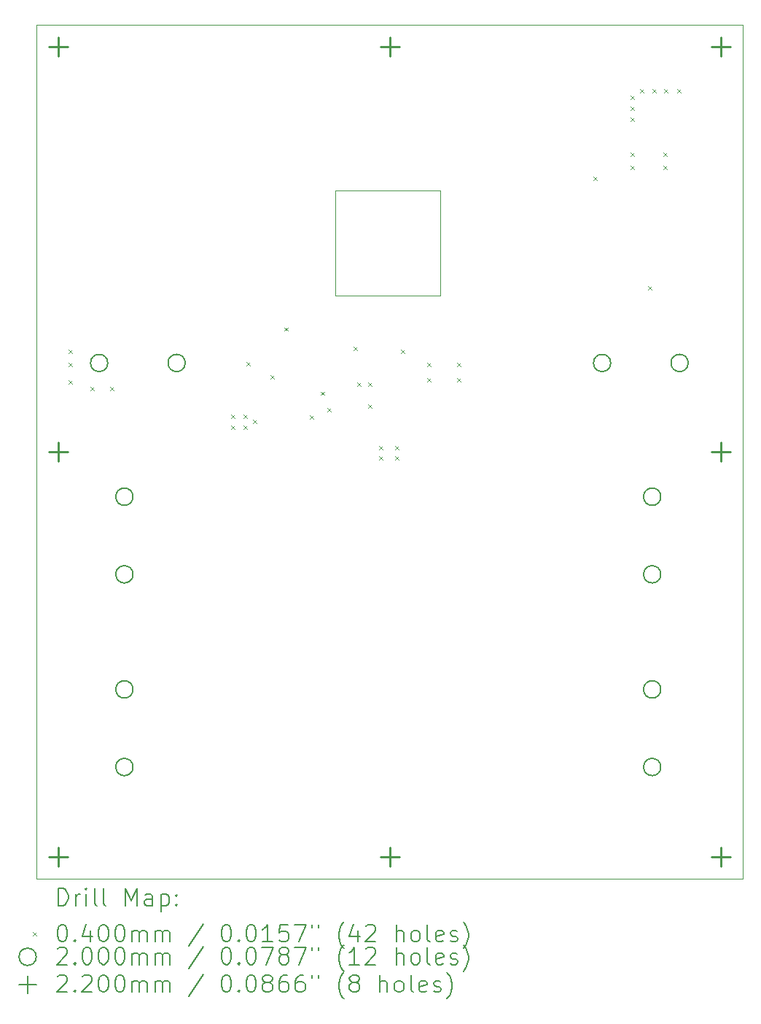
<source format=gbr>
%FSLAX45Y45*%
G04 Gerber Fmt 4.5, Leading zero omitted, Abs format (unit mm)*
G04 Created by KiCad (PCBNEW (6.0.5)) date 2022-07-09 16:19:08*
%MOMM*%
%LPD*%
G01*
G04 APERTURE LIST*
%TA.AperFunction,Profile*%
%ADD10C,0.100000*%
%TD*%
%ADD11C,0.200000*%
%ADD12C,0.040000*%
%ADD13C,0.220000*%
G04 APERTURE END LIST*
D10*
X18835000Y-14671400D02*
X10635000Y-14671400D01*
X10635000Y-4771400D02*
X18835000Y-4771400D01*
X10635000Y-14671400D02*
X10635000Y-4771400D01*
X18835000Y-4771400D02*
X18835000Y-14671400D01*
X14102000Y-6693000D02*
X15322000Y-6693000D01*
X15322000Y-7913000D02*
X15322000Y-6693000D01*
X14102000Y-7913000D02*
X15322000Y-7913000D01*
X14102000Y-7913000D02*
X14102000Y-6693000D01*
D11*
D12*
X11003600Y-8539800D02*
X11043600Y-8579800D01*
X11043600Y-8539800D02*
X11003600Y-8579800D01*
X11003600Y-8692200D02*
X11043600Y-8732200D01*
X11043600Y-8692200D02*
X11003600Y-8732200D01*
X11003600Y-8895400D02*
X11043600Y-8935400D01*
X11043600Y-8895400D02*
X11003600Y-8935400D01*
X11257600Y-8971600D02*
X11297600Y-9011600D01*
X11297600Y-8971600D02*
X11257600Y-9011600D01*
X11486200Y-8971600D02*
X11526200Y-9011600D01*
X11526200Y-8971600D02*
X11486200Y-9011600D01*
X12895900Y-9289100D02*
X12935900Y-9329100D01*
X12935900Y-9289100D02*
X12895900Y-9329100D01*
X12895900Y-9416100D02*
X12935900Y-9456100D01*
X12935900Y-9416100D02*
X12895900Y-9456100D01*
X13035600Y-9289100D02*
X13075600Y-9329100D01*
X13075600Y-9289100D02*
X13035600Y-9329100D01*
X13035600Y-9416100D02*
X13075600Y-9456100D01*
X13075600Y-9416100D02*
X13035600Y-9456100D01*
X13073700Y-8679500D02*
X13113700Y-8719500D01*
X13113700Y-8679500D02*
X13073700Y-8719500D01*
X13149900Y-9352600D02*
X13189900Y-9392600D01*
X13189900Y-9352600D02*
X13149900Y-9392600D01*
X13354600Y-8833400D02*
X13394600Y-8873400D01*
X13394600Y-8833400D02*
X13354600Y-8873400D01*
X13511850Y-8279450D02*
X13551850Y-8319450D01*
X13551850Y-8279450D02*
X13511850Y-8319450D01*
X13810300Y-9301800D02*
X13850300Y-9341800D01*
X13850300Y-9301800D02*
X13810300Y-9341800D01*
X13935479Y-9024221D02*
X13975479Y-9064221D01*
X13975479Y-9024221D02*
X13935479Y-9064221D01*
X14013500Y-9212900D02*
X14053500Y-9252900D01*
X14053500Y-9212900D02*
X14013500Y-9252900D01*
X14318300Y-8501700D02*
X14358300Y-8541700D01*
X14358300Y-8501700D02*
X14318300Y-8541700D01*
X14356400Y-8920800D02*
X14396400Y-8960800D01*
X14396400Y-8920800D02*
X14356400Y-8960800D01*
X14483400Y-8920800D02*
X14523400Y-8960800D01*
X14523400Y-8920800D02*
X14483400Y-8960800D01*
X14483400Y-9174800D02*
X14523400Y-9214800D01*
X14523400Y-9174800D02*
X14483400Y-9214800D01*
X14610400Y-9657400D02*
X14650400Y-9697400D01*
X14650400Y-9657400D02*
X14610400Y-9697400D01*
X14610400Y-9771700D02*
X14650400Y-9811700D01*
X14650400Y-9771700D02*
X14610400Y-9811700D01*
X14800900Y-9657400D02*
X14840900Y-9697400D01*
X14840900Y-9657400D02*
X14800900Y-9697400D01*
X14800900Y-9771700D02*
X14840900Y-9811700D01*
X14840900Y-9771700D02*
X14800900Y-9811700D01*
X14864400Y-8539800D02*
X14904400Y-8579800D01*
X14904400Y-8539800D02*
X14864400Y-8579800D01*
X15169200Y-8692200D02*
X15209200Y-8732200D01*
X15209200Y-8692200D02*
X15169200Y-8732200D01*
X15169200Y-8870000D02*
X15209200Y-8910000D01*
X15209200Y-8870000D02*
X15169200Y-8910000D01*
X15522000Y-8692000D02*
X15562000Y-8732000D01*
X15562000Y-8692000D02*
X15522000Y-8732000D01*
X15522000Y-8870000D02*
X15562000Y-8910000D01*
X15562000Y-8870000D02*
X15522000Y-8910000D01*
X17099600Y-6533200D02*
X17139600Y-6573200D01*
X17139600Y-6533200D02*
X17099600Y-6573200D01*
X17531400Y-5593400D02*
X17571400Y-5633400D01*
X17571400Y-5593400D02*
X17531400Y-5633400D01*
X17531400Y-5720400D02*
X17571400Y-5760400D01*
X17571400Y-5720400D02*
X17531400Y-5760400D01*
X17531400Y-5847400D02*
X17571400Y-5887400D01*
X17571400Y-5847400D02*
X17531400Y-5887400D01*
X17531400Y-6253800D02*
X17571400Y-6293800D01*
X17571400Y-6253800D02*
X17531400Y-6293800D01*
X17531400Y-6406200D02*
X17571400Y-6446200D01*
X17571400Y-6406200D02*
X17531400Y-6446200D01*
X17645700Y-5517200D02*
X17685700Y-5557200D01*
X17685700Y-5517200D02*
X17645700Y-5557200D01*
X17734600Y-7803200D02*
X17774600Y-7843200D01*
X17774600Y-7803200D02*
X17734600Y-7843200D01*
X17785400Y-5517200D02*
X17825400Y-5557200D01*
X17825400Y-5517200D02*
X17785400Y-5557200D01*
X17912400Y-6253800D02*
X17952400Y-6293800D01*
X17952400Y-6253800D02*
X17912400Y-6293800D01*
X17912400Y-6406200D02*
X17952400Y-6446200D01*
X17952400Y-6406200D02*
X17912400Y-6446200D01*
X17925100Y-5517200D02*
X17965100Y-5557200D01*
X17965100Y-5517200D02*
X17925100Y-5557200D01*
X18077500Y-5517200D02*
X18117500Y-5557200D01*
X18117500Y-5517200D02*
X18077500Y-5557200D01*
D11*
X11461000Y-8691400D02*
G75*
G03*
X11461000Y-8691400I-100000J0D01*
G01*
X11754000Y-10243400D02*
G75*
G03*
X11754000Y-10243400I-100000J0D01*
G01*
X11754000Y-11143400D02*
G75*
G03*
X11754000Y-11143400I-100000J0D01*
G01*
X11754000Y-12478600D02*
G75*
G03*
X11754000Y-12478600I-100000J0D01*
G01*
X11754000Y-13378600D02*
G75*
G03*
X11754000Y-13378600I-100000J0D01*
G01*
X12361000Y-8691400D02*
G75*
G03*
X12361000Y-8691400I-100000J0D01*
G01*
X17303000Y-8691400D02*
G75*
G03*
X17303000Y-8691400I-100000J0D01*
G01*
X17884600Y-10243400D02*
G75*
G03*
X17884600Y-10243400I-100000J0D01*
G01*
X17884600Y-11143400D02*
G75*
G03*
X17884600Y-11143400I-100000J0D01*
G01*
X17884600Y-12478600D02*
G75*
G03*
X17884600Y-12478600I-100000J0D01*
G01*
X17884600Y-13378600D02*
G75*
G03*
X17884600Y-13378600I-100000J0D01*
G01*
X18203000Y-8691400D02*
G75*
G03*
X18203000Y-8691400I-100000J0D01*
G01*
D13*
X10885000Y-4911400D02*
X10885000Y-5131400D01*
X10775000Y-5021400D02*
X10995000Y-5021400D01*
X10885000Y-9611400D02*
X10885000Y-9831400D01*
X10775000Y-9721400D02*
X10995000Y-9721400D01*
X10885000Y-14311400D02*
X10885000Y-14531400D01*
X10775000Y-14421400D02*
X10995000Y-14421400D01*
X14735000Y-4911400D02*
X14735000Y-5131400D01*
X14625000Y-5021400D02*
X14845000Y-5021400D01*
X14735000Y-14311400D02*
X14735000Y-14531400D01*
X14625000Y-14421400D02*
X14845000Y-14421400D01*
X18585000Y-4911400D02*
X18585000Y-5131400D01*
X18475000Y-5021400D02*
X18695000Y-5021400D01*
X18585000Y-9611400D02*
X18585000Y-9831400D01*
X18475000Y-9721400D02*
X18695000Y-9721400D01*
X18585000Y-14311400D02*
X18585000Y-14531400D01*
X18475000Y-14421400D02*
X18695000Y-14421400D01*
D11*
X10887619Y-14986876D02*
X10887619Y-14786876D01*
X10935238Y-14786876D01*
X10963810Y-14796400D01*
X10982857Y-14815448D01*
X10992381Y-14834495D01*
X11001905Y-14872590D01*
X11001905Y-14901162D01*
X10992381Y-14939257D01*
X10982857Y-14958305D01*
X10963810Y-14977352D01*
X10935238Y-14986876D01*
X10887619Y-14986876D01*
X11087619Y-14986876D02*
X11087619Y-14853543D01*
X11087619Y-14891638D02*
X11097143Y-14872590D01*
X11106667Y-14863067D01*
X11125714Y-14853543D01*
X11144762Y-14853543D01*
X11211428Y-14986876D02*
X11211428Y-14853543D01*
X11211428Y-14786876D02*
X11201905Y-14796400D01*
X11211428Y-14805924D01*
X11220952Y-14796400D01*
X11211428Y-14786876D01*
X11211428Y-14805924D01*
X11335238Y-14986876D02*
X11316190Y-14977352D01*
X11306667Y-14958305D01*
X11306667Y-14786876D01*
X11440000Y-14986876D02*
X11420952Y-14977352D01*
X11411428Y-14958305D01*
X11411428Y-14786876D01*
X11668571Y-14986876D02*
X11668571Y-14786876D01*
X11735238Y-14929733D01*
X11801905Y-14786876D01*
X11801905Y-14986876D01*
X11982857Y-14986876D02*
X11982857Y-14882114D01*
X11973333Y-14863067D01*
X11954286Y-14853543D01*
X11916190Y-14853543D01*
X11897143Y-14863067D01*
X11982857Y-14977352D02*
X11963809Y-14986876D01*
X11916190Y-14986876D01*
X11897143Y-14977352D01*
X11887619Y-14958305D01*
X11887619Y-14939257D01*
X11897143Y-14920209D01*
X11916190Y-14910686D01*
X11963809Y-14910686D01*
X11982857Y-14901162D01*
X12078095Y-14853543D02*
X12078095Y-15053543D01*
X12078095Y-14863067D02*
X12097143Y-14853543D01*
X12135238Y-14853543D01*
X12154286Y-14863067D01*
X12163809Y-14872590D01*
X12173333Y-14891638D01*
X12173333Y-14948781D01*
X12163809Y-14967828D01*
X12154286Y-14977352D01*
X12135238Y-14986876D01*
X12097143Y-14986876D01*
X12078095Y-14977352D01*
X12259048Y-14967828D02*
X12268571Y-14977352D01*
X12259048Y-14986876D01*
X12249524Y-14977352D01*
X12259048Y-14967828D01*
X12259048Y-14986876D01*
X12259048Y-14863067D02*
X12268571Y-14872590D01*
X12259048Y-14882114D01*
X12249524Y-14872590D01*
X12259048Y-14863067D01*
X12259048Y-14882114D01*
D12*
X10590000Y-15296400D02*
X10630000Y-15336400D01*
X10630000Y-15296400D02*
X10590000Y-15336400D01*
D11*
X10925714Y-15206876D02*
X10944762Y-15206876D01*
X10963810Y-15216400D01*
X10973333Y-15225924D01*
X10982857Y-15244971D01*
X10992381Y-15283067D01*
X10992381Y-15330686D01*
X10982857Y-15368781D01*
X10973333Y-15387828D01*
X10963810Y-15397352D01*
X10944762Y-15406876D01*
X10925714Y-15406876D01*
X10906667Y-15397352D01*
X10897143Y-15387828D01*
X10887619Y-15368781D01*
X10878095Y-15330686D01*
X10878095Y-15283067D01*
X10887619Y-15244971D01*
X10897143Y-15225924D01*
X10906667Y-15216400D01*
X10925714Y-15206876D01*
X11078095Y-15387828D02*
X11087619Y-15397352D01*
X11078095Y-15406876D01*
X11068571Y-15397352D01*
X11078095Y-15387828D01*
X11078095Y-15406876D01*
X11259048Y-15273543D02*
X11259048Y-15406876D01*
X11211428Y-15197352D02*
X11163810Y-15340209D01*
X11287619Y-15340209D01*
X11401905Y-15206876D02*
X11420952Y-15206876D01*
X11440000Y-15216400D01*
X11449524Y-15225924D01*
X11459048Y-15244971D01*
X11468571Y-15283067D01*
X11468571Y-15330686D01*
X11459048Y-15368781D01*
X11449524Y-15387828D01*
X11440000Y-15397352D01*
X11420952Y-15406876D01*
X11401905Y-15406876D01*
X11382857Y-15397352D01*
X11373333Y-15387828D01*
X11363809Y-15368781D01*
X11354286Y-15330686D01*
X11354286Y-15283067D01*
X11363809Y-15244971D01*
X11373333Y-15225924D01*
X11382857Y-15216400D01*
X11401905Y-15206876D01*
X11592381Y-15206876D02*
X11611428Y-15206876D01*
X11630476Y-15216400D01*
X11640000Y-15225924D01*
X11649524Y-15244971D01*
X11659048Y-15283067D01*
X11659048Y-15330686D01*
X11649524Y-15368781D01*
X11640000Y-15387828D01*
X11630476Y-15397352D01*
X11611428Y-15406876D01*
X11592381Y-15406876D01*
X11573333Y-15397352D01*
X11563809Y-15387828D01*
X11554286Y-15368781D01*
X11544762Y-15330686D01*
X11544762Y-15283067D01*
X11554286Y-15244971D01*
X11563809Y-15225924D01*
X11573333Y-15216400D01*
X11592381Y-15206876D01*
X11744762Y-15406876D02*
X11744762Y-15273543D01*
X11744762Y-15292590D02*
X11754286Y-15283067D01*
X11773333Y-15273543D01*
X11801905Y-15273543D01*
X11820952Y-15283067D01*
X11830476Y-15302114D01*
X11830476Y-15406876D01*
X11830476Y-15302114D02*
X11840000Y-15283067D01*
X11859048Y-15273543D01*
X11887619Y-15273543D01*
X11906667Y-15283067D01*
X11916190Y-15302114D01*
X11916190Y-15406876D01*
X12011428Y-15406876D02*
X12011428Y-15273543D01*
X12011428Y-15292590D02*
X12020952Y-15283067D01*
X12040000Y-15273543D01*
X12068571Y-15273543D01*
X12087619Y-15283067D01*
X12097143Y-15302114D01*
X12097143Y-15406876D01*
X12097143Y-15302114D02*
X12106667Y-15283067D01*
X12125714Y-15273543D01*
X12154286Y-15273543D01*
X12173333Y-15283067D01*
X12182857Y-15302114D01*
X12182857Y-15406876D01*
X12573333Y-15197352D02*
X12401905Y-15454495D01*
X12830476Y-15206876D02*
X12849524Y-15206876D01*
X12868571Y-15216400D01*
X12878095Y-15225924D01*
X12887619Y-15244971D01*
X12897143Y-15283067D01*
X12897143Y-15330686D01*
X12887619Y-15368781D01*
X12878095Y-15387828D01*
X12868571Y-15397352D01*
X12849524Y-15406876D01*
X12830476Y-15406876D01*
X12811428Y-15397352D01*
X12801905Y-15387828D01*
X12792381Y-15368781D01*
X12782857Y-15330686D01*
X12782857Y-15283067D01*
X12792381Y-15244971D01*
X12801905Y-15225924D01*
X12811428Y-15216400D01*
X12830476Y-15206876D01*
X12982857Y-15387828D02*
X12992381Y-15397352D01*
X12982857Y-15406876D01*
X12973333Y-15397352D01*
X12982857Y-15387828D01*
X12982857Y-15406876D01*
X13116190Y-15206876D02*
X13135238Y-15206876D01*
X13154286Y-15216400D01*
X13163809Y-15225924D01*
X13173333Y-15244971D01*
X13182857Y-15283067D01*
X13182857Y-15330686D01*
X13173333Y-15368781D01*
X13163809Y-15387828D01*
X13154286Y-15397352D01*
X13135238Y-15406876D01*
X13116190Y-15406876D01*
X13097143Y-15397352D01*
X13087619Y-15387828D01*
X13078095Y-15368781D01*
X13068571Y-15330686D01*
X13068571Y-15283067D01*
X13078095Y-15244971D01*
X13087619Y-15225924D01*
X13097143Y-15216400D01*
X13116190Y-15206876D01*
X13373333Y-15406876D02*
X13259048Y-15406876D01*
X13316190Y-15406876D02*
X13316190Y-15206876D01*
X13297143Y-15235448D01*
X13278095Y-15254495D01*
X13259048Y-15264019D01*
X13554286Y-15206876D02*
X13459048Y-15206876D01*
X13449524Y-15302114D01*
X13459048Y-15292590D01*
X13478095Y-15283067D01*
X13525714Y-15283067D01*
X13544762Y-15292590D01*
X13554286Y-15302114D01*
X13563809Y-15321162D01*
X13563809Y-15368781D01*
X13554286Y-15387828D01*
X13544762Y-15397352D01*
X13525714Y-15406876D01*
X13478095Y-15406876D01*
X13459048Y-15397352D01*
X13449524Y-15387828D01*
X13630476Y-15206876D02*
X13763809Y-15206876D01*
X13678095Y-15406876D01*
X13830476Y-15206876D02*
X13830476Y-15244971D01*
X13906667Y-15206876D02*
X13906667Y-15244971D01*
X14201905Y-15483067D02*
X14192381Y-15473543D01*
X14173333Y-15444971D01*
X14163809Y-15425924D01*
X14154286Y-15397352D01*
X14144762Y-15349733D01*
X14144762Y-15311638D01*
X14154286Y-15264019D01*
X14163809Y-15235448D01*
X14173333Y-15216400D01*
X14192381Y-15187828D01*
X14201905Y-15178305D01*
X14363809Y-15273543D02*
X14363809Y-15406876D01*
X14316190Y-15197352D02*
X14268571Y-15340209D01*
X14392381Y-15340209D01*
X14459048Y-15225924D02*
X14468571Y-15216400D01*
X14487619Y-15206876D01*
X14535238Y-15206876D01*
X14554286Y-15216400D01*
X14563809Y-15225924D01*
X14573333Y-15244971D01*
X14573333Y-15264019D01*
X14563809Y-15292590D01*
X14449524Y-15406876D01*
X14573333Y-15406876D01*
X14811428Y-15406876D02*
X14811428Y-15206876D01*
X14897143Y-15406876D02*
X14897143Y-15302114D01*
X14887619Y-15283067D01*
X14868571Y-15273543D01*
X14840000Y-15273543D01*
X14820952Y-15283067D01*
X14811428Y-15292590D01*
X15020952Y-15406876D02*
X15001905Y-15397352D01*
X14992381Y-15387828D01*
X14982857Y-15368781D01*
X14982857Y-15311638D01*
X14992381Y-15292590D01*
X15001905Y-15283067D01*
X15020952Y-15273543D01*
X15049524Y-15273543D01*
X15068571Y-15283067D01*
X15078095Y-15292590D01*
X15087619Y-15311638D01*
X15087619Y-15368781D01*
X15078095Y-15387828D01*
X15068571Y-15397352D01*
X15049524Y-15406876D01*
X15020952Y-15406876D01*
X15201905Y-15406876D02*
X15182857Y-15397352D01*
X15173333Y-15378305D01*
X15173333Y-15206876D01*
X15354286Y-15397352D02*
X15335238Y-15406876D01*
X15297143Y-15406876D01*
X15278095Y-15397352D01*
X15268571Y-15378305D01*
X15268571Y-15302114D01*
X15278095Y-15283067D01*
X15297143Y-15273543D01*
X15335238Y-15273543D01*
X15354286Y-15283067D01*
X15363809Y-15302114D01*
X15363809Y-15321162D01*
X15268571Y-15340209D01*
X15440000Y-15397352D02*
X15459048Y-15406876D01*
X15497143Y-15406876D01*
X15516190Y-15397352D01*
X15525714Y-15378305D01*
X15525714Y-15368781D01*
X15516190Y-15349733D01*
X15497143Y-15340209D01*
X15468571Y-15340209D01*
X15449524Y-15330686D01*
X15440000Y-15311638D01*
X15440000Y-15302114D01*
X15449524Y-15283067D01*
X15468571Y-15273543D01*
X15497143Y-15273543D01*
X15516190Y-15283067D01*
X15592381Y-15483067D02*
X15601905Y-15473543D01*
X15620952Y-15444971D01*
X15630476Y-15425924D01*
X15640000Y-15397352D01*
X15649524Y-15349733D01*
X15649524Y-15311638D01*
X15640000Y-15264019D01*
X15630476Y-15235448D01*
X15620952Y-15216400D01*
X15601905Y-15187828D01*
X15592381Y-15178305D01*
X10630000Y-15580400D02*
G75*
G03*
X10630000Y-15580400I-100000J0D01*
G01*
X10878095Y-15489924D02*
X10887619Y-15480400D01*
X10906667Y-15470876D01*
X10954286Y-15470876D01*
X10973333Y-15480400D01*
X10982857Y-15489924D01*
X10992381Y-15508971D01*
X10992381Y-15528019D01*
X10982857Y-15556590D01*
X10868571Y-15670876D01*
X10992381Y-15670876D01*
X11078095Y-15651828D02*
X11087619Y-15661352D01*
X11078095Y-15670876D01*
X11068571Y-15661352D01*
X11078095Y-15651828D01*
X11078095Y-15670876D01*
X11211428Y-15470876D02*
X11230476Y-15470876D01*
X11249524Y-15480400D01*
X11259048Y-15489924D01*
X11268571Y-15508971D01*
X11278095Y-15547067D01*
X11278095Y-15594686D01*
X11268571Y-15632781D01*
X11259048Y-15651828D01*
X11249524Y-15661352D01*
X11230476Y-15670876D01*
X11211428Y-15670876D01*
X11192381Y-15661352D01*
X11182857Y-15651828D01*
X11173333Y-15632781D01*
X11163810Y-15594686D01*
X11163810Y-15547067D01*
X11173333Y-15508971D01*
X11182857Y-15489924D01*
X11192381Y-15480400D01*
X11211428Y-15470876D01*
X11401905Y-15470876D02*
X11420952Y-15470876D01*
X11440000Y-15480400D01*
X11449524Y-15489924D01*
X11459048Y-15508971D01*
X11468571Y-15547067D01*
X11468571Y-15594686D01*
X11459048Y-15632781D01*
X11449524Y-15651828D01*
X11440000Y-15661352D01*
X11420952Y-15670876D01*
X11401905Y-15670876D01*
X11382857Y-15661352D01*
X11373333Y-15651828D01*
X11363809Y-15632781D01*
X11354286Y-15594686D01*
X11354286Y-15547067D01*
X11363809Y-15508971D01*
X11373333Y-15489924D01*
X11382857Y-15480400D01*
X11401905Y-15470876D01*
X11592381Y-15470876D02*
X11611428Y-15470876D01*
X11630476Y-15480400D01*
X11640000Y-15489924D01*
X11649524Y-15508971D01*
X11659048Y-15547067D01*
X11659048Y-15594686D01*
X11649524Y-15632781D01*
X11640000Y-15651828D01*
X11630476Y-15661352D01*
X11611428Y-15670876D01*
X11592381Y-15670876D01*
X11573333Y-15661352D01*
X11563809Y-15651828D01*
X11554286Y-15632781D01*
X11544762Y-15594686D01*
X11544762Y-15547067D01*
X11554286Y-15508971D01*
X11563809Y-15489924D01*
X11573333Y-15480400D01*
X11592381Y-15470876D01*
X11744762Y-15670876D02*
X11744762Y-15537543D01*
X11744762Y-15556590D02*
X11754286Y-15547067D01*
X11773333Y-15537543D01*
X11801905Y-15537543D01*
X11820952Y-15547067D01*
X11830476Y-15566114D01*
X11830476Y-15670876D01*
X11830476Y-15566114D02*
X11840000Y-15547067D01*
X11859048Y-15537543D01*
X11887619Y-15537543D01*
X11906667Y-15547067D01*
X11916190Y-15566114D01*
X11916190Y-15670876D01*
X12011428Y-15670876D02*
X12011428Y-15537543D01*
X12011428Y-15556590D02*
X12020952Y-15547067D01*
X12040000Y-15537543D01*
X12068571Y-15537543D01*
X12087619Y-15547067D01*
X12097143Y-15566114D01*
X12097143Y-15670876D01*
X12097143Y-15566114D02*
X12106667Y-15547067D01*
X12125714Y-15537543D01*
X12154286Y-15537543D01*
X12173333Y-15547067D01*
X12182857Y-15566114D01*
X12182857Y-15670876D01*
X12573333Y-15461352D02*
X12401905Y-15718495D01*
X12830476Y-15470876D02*
X12849524Y-15470876D01*
X12868571Y-15480400D01*
X12878095Y-15489924D01*
X12887619Y-15508971D01*
X12897143Y-15547067D01*
X12897143Y-15594686D01*
X12887619Y-15632781D01*
X12878095Y-15651828D01*
X12868571Y-15661352D01*
X12849524Y-15670876D01*
X12830476Y-15670876D01*
X12811428Y-15661352D01*
X12801905Y-15651828D01*
X12792381Y-15632781D01*
X12782857Y-15594686D01*
X12782857Y-15547067D01*
X12792381Y-15508971D01*
X12801905Y-15489924D01*
X12811428Y-15480400D01*
X12830476Y-15470876D01*
X12982857Y-15651828D02*
X12992381Y-15661352D01*
X12982857Y-15670876D01*
X12973333Y-15661352D01*
X12982857Y-15651828D01*
X12982857Y-15670876D01*
X13116190Y-15470876D02*
X13135238Y-15470876D01*
X13154286Y-15480400D01*
X13163809Y-15489924D01*
X13173333Y-15508971D01*
X13182857Y-15547067D01*
X13182857Y-15594686D01*
X13173333Y-15632781D01*
X13163809Y-15651828D01*
X13154286Y-15661352D01*
X13135238Y-15670876D01*
X13116190Y-15670876D01*
X13097143Y-15661352D01*
X13087619Y-15651828D01*
X13078095Y-15632781D01*
X13068571Y-15594686D01*
X13068571Y-15547067D01*
X13078095Y-15508971D01*
X13087619Y-15489924D01*
X13097143Y-15480400D01*
X13116190Y-15470876D01*
X13249524Y-15470876D02*
X13382857Y-15470876D01*
X13297143Y-15670876D01*
X13487619Y-15556590D02*
X13468571Y-15547067D01*
X13459048Y-15537543D01*
X13449524Y-15518495D01*
X13449524Y-15508971D01*
X13459048Y-15489924D01*
X13468571Y-15480400D01*
X13487619Y-15470876D01*
X13525714Y-15470876D01*
X13544762Y-15480400D01*
X13554286Y-15489924D01*
X13563809Y-15508971D01*
X13563809Y-15518495D01*
X13554286Y-15537543D01*
X13544762Y-15547067D01*
X13525714Y-15556590D01*
X13487619Y-15556590D01*
X13468571Y-15566114D01*
X13459048Y-15575638D01*
X13449524Y-15594686D01*
X13449524Y-15632781D01*
X13459048Y-15651828D01*
X13468571Y-15661352D01*
X13487619Y-15670876D01*
X13525714Y-15670876D01*
X13544762Y-15661352D01*
X13554286Y-15651828D01*
X13563809Y-15632781D01*
X13563809Y-15594686D01*
X13554286Y-15575638D01*
X13544762Y-15566114D01*
X13525714Y-15556590D01*
X13630476Y-15470876D02*
X13763809Y-15470876D01*
X13678095Y-15670876D01*
X13830476Y-15470876D02*
X13830476Y-15508971D01*
X13906667Y-15470876D02*
X13906667Y-15508971D01*
X14201905Y-15747067D02*
X14192381Y-15737543D01*
X14173333Y-15708971D01*
X14163809Y-15689924D01*
X14154286Y-15661352D01*
X14144762Y-15613733D01*
X14144762Y-15575638D01*
X14154286Y-15528019D01*
X14163809Y-15499448D01*
X14173333Y-15480400D01*
X14192381Y-15451828D01*
X14201905Y-15442305D01*
X14382857Y-15670876D02*
X14268571Y-15670876D01*
X14325714Y-15670876D02*
X14325714Y-15470876D01*
X14306667Y-15499448D01*
X14287619Y-15518495D01*
X14268571Y-15528019D01*
X14459048Y-15489924D02*
X14468571Y-15480400D01*
X14487619Y-15470876D01*
X14535238Y-15470876D01*
X14554286Y-15480400D01*
X14563809Y-15489924D01*
X14573333Y-15508971D01*
X14573333Y-15528019D01*
X14563809Y-15556590D01*
X14449524Y-15670876D01*
X14573333Y-15670876D01*
X14811428Y-15670876D02*
X14811428Y-15470876D01*
X14897143Y-15670876D02*
X14897143Y-15566114D01*
X14887619Y-15547067D01*
X14868571Y-15537543D01*
X14840000Y-15537543D01*
X14820952Y-15547067D01*
X14811428Y-15556590D01*
X15020952Y-15670876D02*
X15001905Y-15661352D01*
X14992381Y-15651828D01*
X14982857Y-15632781D01*
X14982857Y-15575638D01*
X14992381Y-15556590D01*
X15001905Y-15547067D01*
X15020952Y-15537543D01*
X15049524Y-15537543D01*
X15068571Y-15547067D01*
X15078095Y-15556590D01*
X15087619Y-15575638D01*
X15087619Y-15632781D01*
X15078095Y-15651828D01*
X15068571Y-15661352D01*
X15049524Y-15670876D01*
X15020952Y-15670876D01*
X15201905Y-15670876D02*
X15182857Y-15661352D01*
X15173333Y-15642305D01*
X15173333Y-15470876D01*
X15354286Y-15661352D02*
X15335238Y-15670876D01*
X15297143Y-15670876D01*
X15278095Y-15661352D01*
X15268571Y-15642305D01*
X15268571Y-15566114D01*
X15278095Y-15547067D01*
X15297143Y-15537543D01*
X15335238Y-15537543D01*
X15354286Y-15547067D01*
X15363809Y-15566114D01*
X15363809Y-15585162D01*
X15268571Y-15604209D01*
X15440000Y-15661352D02*
X15459048Y-15670876D01*
X15497143Y-15670876D01*
X15516190Y-15661352D01*
X15525714Y-15642305D01*
X15525714Y-15632781D01*
X15516190Y-15613733D01*
X15497143Y-15604209D01*
X15468571Y-15604209D01*
X15449524Y-15594686D01*
X15440000Y-15575638D01*
X15440000Y-15566114D01*
X15449524Y-15547067D01*
X15468571Y-15537543D01*
X15497143Y-15537543D01*
X15516190Y-15547067D01*
X15592381Y-15747067D02*
X15601905Y-15737543D01*
X15620952Y-15708971D01*
X15630476Y-15689924D01*
X15640000Y-15661352D01*
X15649524Y-15613733D01*
X15649524Y-15575638D01*
X15640000Y-15528019D01*
X15630476Y-15499448D01*
X15620952Y-15480400D01*
X15601905Y-15451828D01*
X15592381Y-15442305D01*
X10530000Y-15800400D02*
X10530000Y-16000400D01*
X10430000Y-15900400D02*
X10630000Y-15900400D01*
X10878095Y-15809924D02*
X10887619Y-15800400D01*
X10906667Y-15790876D01*
X10954286Y-15790876D01*
X10973333Y-15800400D01*
X10982857Y-15809924D01*
X10992381Y-15828971D01*
X10992381Y-15848019D01*
X10982857Y-15876590D01*
X10868571Y-15990876D01*
X10992381Y-15990876D01*
X11078095Y-15971828D02*
X11087619Y-15981352D01*
X11078095Y-15990876D01*
X11068571Y-15981352D01*
X11078095Y-15971828D01*
X11078095Y-15990876D01*
X11163810Y-15809924D02*
X11173333Y-15800400D01*
X11192381Y-15790876D01*
X11240000Y-15790876D01*
X11259048Y-15800400D01*
X11268571Y-15809924D01*
X11278095Y-15828971D01*
X11278095Y-15848019D01*
X11268571Y-15876590D01*
X11154286Y-15990876D01*
X11278095Y-15990876D01*
X11401905Y-15790876D02*
X11420952Y-15790876D01*
X11440000Y-15800400D01*
X11449524Y-15809924D01*
X11459048Y-15828971D01*
X11468571Y-15867067D01*
X11468571Y-15914686D01*
X11459048Y-15952781D01*
X11449524Y-15971828D01*
X11440000Y-15981352D01*
X11420952Y-15990876D01*
X11401905Y-15990876D01*
X11382857Y-15981352D01*
X11373333Y-15971828D01*
X11363809Y-15952781D01*
X11354286Y-15914686D01*
X11354286Y-15867067D01*
X11363809Y-15828971D01*
X11373333Y-15809924D01*
X11382857Y-15800400D01*
X11401905Y-15790876D01*
X11592381Y-15790876D02*
X11611428Y-15790876D01*
X11630476Y-15800400D01*
X11640000Y-15809924D01*
X11649524Y-15828971D01*
X11659048Y-15867067D01*
X11659048Y-15914686D01*
X11649524Y-15952781D01*
X11640000Y-15971828D01*
X11630476Y-15981352D01*
X11611428Y-15990876D01*
X11592381Y-15990876D01*
X11573333Y-15981352D01*
X11563809Y-15971828D01*
X11554286Y-15952781D01*
X11544762Y-15914686D01*
X11544762Y-15867067D01*
X11554286Y-15828971D01*
X11563809Y-15809924D01*
X11573333Y-15800400D01*
X11592381Y-15790876D01*
X11744762Y-15990876D02*
X11744762Y-15857543D01*
X11744762Y-15876590D02*
X11754286Y-15867067D01*
X11773333Y-15857543D01*
X11801905Y-15857543D01*
X11820952Y-15867067D01*
X11830476Y-15886114D01*
X11830476Y-15990876D01*
X11830476Y-15886114D02*
X11840000Y-15867067D01*
X11859048Y-15857543D01*
X11887619Y-15857543D01*
X11906667Y-15867067D01*
X11916190Y-15886114D01*
X11916190Y-15990876D01*
X12011428Y-15990876D02*
X12011428Y-15857543D01*
X12011428Y-15876590D02*
X12020952Y-15867067D01*
X12040000Y-15857543D01*
X12068571Y-15857543D01*
X12087619Y-15867067D01*
X12097143Y-15886114D01*
X12097143Y-15990876D01*
X12097143Y-15886114D02*
X12106667Y-15867067D01*
X12125714Y-15857543D01*
X12154286Y-15857543D01*
X12173333Y-15867067D01*
X12182857Y-15886114D01*
X12182857Y-15990876D01*
X12573333Y-15781352D02*
X12401905Y-16038495D01*
X12830476Y-15790876D02*
X12849524Y-15790876D01*
X12868571Y-15800400D01*
X12878095Y-15809924D01*
X12887619Y-15828971D01*
X12897143Y-15867067D01*
X12897143Y-15914686D01*
X12887619Y-15952781D01*
X12878095Y-15971828D01*
X12868571Y-15981352D01*
X12849524Y-15990876D01*
X12830476Y-15990876D01*
X12811428Y-15981352D01*
X12801905Y-15971828D01*
X12792381Y-15952781D01*
X12782857Y-15914686D01*
X12782857Y-15867067D01*
X12792381Y-15828971D01*
X12801905Y-15809924D01*
X12811428Y-15800400D01*
X12830476Y-15790876D01*
X12982857Y-15971828D02*
X12992381Y-15981352D01*
X12982857Y-15990876D01*
X12973333Y-15981352D01*
X12982857Y-15971828D01*
X12982857Y-15990876D01*
X13116190Y-15790876D02*
X13135238Y-15790876D01*
X13154286Y-15800400D01*
X13163809Y-15809924D01*
X13173333Y-15828971D01*
X13182857Y-15867067D01*
X13182857Y-15914686D01*
X13173333Y-15952781D01*
X13163809Y-15971828D01*
X13154286Y-15981352D01*
X13135238Y-15990876D01*
X13116190Y-15990876D01*
X13097143Y-15981352D01*
X13087619Y-15971828D01*
X13078095Y-15952781D01*
X13068571Y-15914686D01*
X13068571Y-15867067D01*
X13078095Y-15828971D01*
X13087619Y-15809924D01*
X13097143Y-15800400D01*
X13116190Y-15790876D01*
X13297143Y-15876590D02*
X13278095Y-15867067D01*
X13268571Y-15857543D01*
X13259048Y-15838495D01*
X13259048Y-15828971D01*
X13268571Y-15809924D01*
X13278095Y-15800400D01*
X13297143Y-15790876D01*
X13335238Y-15790876D01*
X13354286Y-15800400D01*
X13363809Y-15809924D01*
X13373333Y-15828971D01*
X13373333Y-15838495D01*
X13363809Y-15857543D01*
X13354286Y-15867067D01*
X13335238Y-15876590D01*
X13297143Y-15876590D01*
X13278095Y-15886114D01*
X13268571Y-15895638D01*
X13259048Y-15914686D01*
X13259048Y-15952781D01*
X13268571Y-15971828D01*
X13278095Y-15981352D01*
X13297143Y-15990876D01*
X13335238Y-15990876D01*
X13354286Y-15981352D01*
X13363809Y-15971828D01*
X13373333Y-15952781D01*
X13373333Y-15914686D01*
X13363809Y-15895638D01*
X13354286Y-15886114D01*
X13335238Y-15876590D01*
X13544762Y-15790876D02*
X13506667Y-15790876D01*
X13487619Y-15800400D01*
X13478095Y-15809924D01*
X13459048Y-15838495D01*
X13449524Y-15876590D01*
X13449524Y-15952781D01*
X13459048Y-15971828D01*
X13468571Y-15981352D01*
X13487619Y-15990876D01*
X13525714Y-15990876D01*
X13544762Y-15981352D01*
X13554286Y-15971828D01*
X13563809Y-15952781D01*
X13563809Y-15905162D01*
X13554286Y-15886114D01*
X13544762Y-15876590D01*
X13525714Y-15867067D01*
X13487619Y-15867067D01*
X13468571Y-15876590D01*
X13459048Y-15886114D01*
X13449524Y-15905162D01*
X13735238Y-15790876D02*
X13697143Y-15790876D01*
X13678095Y-15800400D01*
X13668571Y-15809924D01*
X13649524Y-15838495D01*
X13640000Y-15876590D01*
X13640000Y-15952781D01*
X13649524Y-15971828D01*
X13659048Y-15981352D01*
X13678095Y-15990876D01*
X13716190Y-15990876D01*
X13735238Y-15981352D01*
X13744762Y-15971828D01*
X13754286Y-15952781D01*
X13754286Y-15905162D01*
X13744762Y-15886114D01*
X13735238Y-15876590D01*
X13716190Y-15867067D01*
X13678095Y-15867067D01*
X13659048Y-15876590D01*
X13649524Y-15886114D01*
X13640000Y-15905162D01*
X13830476Y-15790876D02*
X13830476Y-15828971D01*
X13906667Y-15790876D02*
X13906667Y-15828971D01*
X14201905Y-16067067D02*
X14192381Y-16057543D01*
X14173333Y-16028971D01*
X14163809Y-16009924D01*
X14154286Y-15981352D01*
X14144762Y-15933733D01*
X14144762Y-15895638D01*
X14154286Y-15848019D01*
X14163809Y-15819448D01*
X14173333Y-15800400D01*
X14192381Y-15771828D01*
X14201905Y-15762305D01*
X14306667Y-15876590D02*
X14287619Y-15867067D01*
X14278095Y-15857543D01*
X14268571Y-15838495D01*
X14268571Y-15828971D01*
X14278095Y-15809924D01*
X14287619Y-15800400D01*
X14306667Y-15790876D01*
X14344762Y-15790876D01*
X14363809Y-15800400D01*
X14373333Y-15809924D01*
X14382857Y-15828971D01*
X14382857Y-15838495D01*
X14373333Y-15857543D01*
X14363809Y-15867067D01*
X14344762Y-15876590D01*
X14306667Y-15876590D01*
X14287619Y-15886114D01*
X14278095Y-15895638D01*
X14268571Y-15914686D01*
X14268571Y-15952781D01*
X14278095Y-15971828D01*
X14287619Y-15981352D01*
X14306667Y-15990876D01*
X14344762Y-15990876D01*
X14363809Y-15981352D01*
X14373333Y-15971828D01*
X14382857Y-15952781D01*
X14382857Y-15914686D01*
X14373333Y-15895638D01*
X14363809Y-15886114D01*
X14344762Y-15876590D01*
X14620952Y-15990876D02*
X14620952Y-15790876D01*
X14706667Y-15990876D02*
X14706667Y-15886114D01*
X14697143Y-15867067D01*
X14678095Y-15857543D01*
X14649524Y-15857543D01*
X14630476Y-15867067D01*
X14620952Y-15876590D01*
X14830476Y-15990876D02*
X14811428Y-15981352D01*
X14801905Y-15971828D01*
X14792381Y-15952781D01*
X14792381Y-15895638D01*
X14801905Y-15876590D01*
X14811428Y-15867067D01*
X14830476Y-15857543D01*
X14859048Y-15857543D01*
X14878095Y-15867067D01*
X14887619Y-15876590D01*
X14897143Y-15895638D01*
X14897143Y-15952781D01*
X14887619Y-15971828D01*
X14878095Y-15981352D01*
X14859048Y-15990876D01*
X14830476Y-15990876D01*
X15011428Y-15990876D02*
X14992381Y-15981352D01*
X14982857Y-15962305D01*
X14982857Y-15790876D01*
X15163809Y-15981352D02*
X15144762Y-15990876D01*
X15106667Y-15990876D01*
X15087619Y-15981352D01*
X15078095Y-15962305D01*
X15078095Y-15886114D01*
X15087619Y-15867067D01*
X15106667Y-15857543D01*
X15144762Y-15857543D01*
X15163809Y-15867067D01*
X15173333Y-15886114D01*
X15173333Y-15905162D01*
X15078095Y-15924209D01*
X15249524Y-15981352D02*
X15268571Y-15990876D01*
X15306667Y-15990876D01*
X15325714Y-15981352D01*
X15335238Y-15962305D01*
X15335238Y-15952781D01*
X15325714Y-15933733D01*
X15306667Y-15924209D01*
X15278095Y-15924209D01*
X15259048Y-15914686D01*
X15249524Y-15895638D01*
X15249524Y-15886114D01*
X15259048Y-15867067D01*
X15278095Y-15857543D01*
X15306667Y-15857543D01*
X15325714Y-15867067D01*
X15401905Y-16067067D02*
X15411428Y-16057543D01*
X15430476Y-16028971D01*
X15440000Y-16009924D01*
X15449524Y-15981352D01*
X15459048Y-15933733D01*
X15459048Y-15895638D01*
X15449524Y-15848019D01*
X15440000Y-15819448D01*
X15430476Y-15800400D01*
X15411428Y-15771828D01*
X15401905Y-15762305D01*
M02*

</source>
